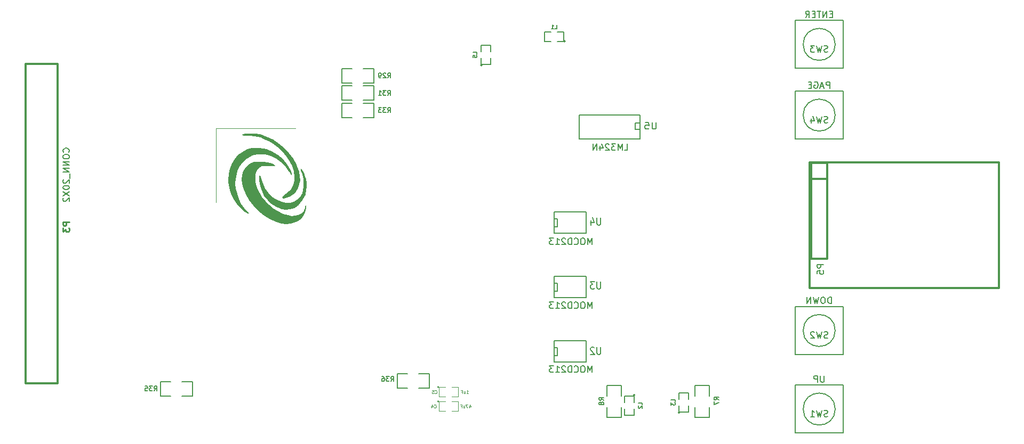
<source format=gbo>
G04 (created by PCBNEW (2013-mar-13)-testing) date mié 28 ago 2013 12:36:51 COT*
%MOIN*%
G04 Gerber Fmt 3.4, Leading zero omitted, Abs format*
%FSLAX34Y34*%
G01*
G70*
G90*
G04 APERTURE LIST*
%ADD10C,0.005906*%
%ADD11C,0.012000*%
%ADD12C,0.005000*%
%ADD13C,0.008000*%
%ADD14C,0.003900*%
%ADD15C,0.000100*%
%ADD16C,0.010000*%
%ADD17C,0.004300*%
G04 APERTURE END LIST*
G54D10*
G54D11*
X94684Y-31298D02*
X94684Y-23424D01*
X82873Y-31298D02*
X94684Y-31298D01*
X82873Y-23424D02*
X94684Y-23424D01*
X82873Y-31298D02*
X82873Y-23424D01*
G54D12*
X66914Y-30551D02*
X66914Y-31901D01*
X66914Y-31901D02*
X68914Y-31901D01*
X68914Y-30551D02*
X66914Y-30551D01*
X68914Y-31901D02*
X68914Y-30551D01*
X66914Y-31501D02*
X67114Y-31501D01*
X67114Y-31501D02*
X67114Y-31001D01*
X67114Y-31001D02*
X66914Y-31001D01*
X84465Y-20473D02*
G75*
G03X84465Y-20473I-1000J0D01*
G74*
G01*
X81965Y-21973D02*
X84965Y-21973D01*
X84965Y-21973D02*
X84965Y-18973D01*
X84965Y-18973D02*
X81965Y-18973D01*
X81965Y-21973D02*
X81965Y-18973D01*
X84465Y-16044D02*
G75*
G03X84465Y-16044I-1000J0D01*
G74*
G01*
X81965Y-17544D02*
X84965Y-17544D01*
X84965Y-17544D02*
X84965Y-14544D01*
X84965Y-14544D02*
X81965Y-14544D01*
X81965Y-17544D02*
X81965Y-14544D01*
X84465Y-33957D02*
G75*
G03X84465Y-33957I-1000J0D01*
G74*
G01*
X81965Y-35457D02*
X84965Y-35457D01*
X84965Y-35457D02*
X84965Y-32457D01*
X84965Y-32457D02*
X81965Y-32457D01*
X81965Y-35457D02*
X81965Y-32457D01*
X84465Y-38878D02*
G75*
G03X84465Y-38878I-1000J0D01*
G74*
G01*
X81965Y-40378D02*
X84965Y-40378D01*
X84965Y-40378D02*
X84965Y-37378D01*
X84965Y-37378D02*
X81965Y-37378D01*
X81965Y-40378D02*
X81965Y-37378D01*
G54D11*
X33851Y-17264D02*
X33851Y-37264D01*
X35851Y-17264D02*
X35851Y-37264D01*
X35851Y-17264D02*
X33851Y-17264D01*
X35851Y-37264D02*
X33851Y-37264D01*
X83964Y-23475D02*
X82964Y-23475D01*
X82964Y-23475D02*
X82964Y-29475D01*
X82964Y-29475D02*
X83964Y-29475D01*
X83964Y-29475D02*
X83964Y-23475D01*
X83964Y-24475D02*
X82964Y-24475D01*
G54D12*
X66914Y-34587D02*
X66914Y-35937D01*
X66914Y-35937D02*
X68914Y-35937D01*
X68914Y-34587D02*
X66914Y-34587D01*
X68914Y-35937D02*
X68914Y-34587D01*
X66914Y-35537D02*
X67114Y-35537D01*
X67114Y-35537D02*
X67114Y-35037D01*
X67114Y-35037D02*
X66914Y-35037D01*
X66914Y-26516D02*
X66914Y-27866D01*
X66914Y-27866D02*
X68914Y-27866D01*
X68914Y-26516D02*
X66914Y-26516D01*
X68914Y-27866D02*
X68914Y-26516D01*
X66914Y-27466D02*
X67114Y-27466D01*
X67114Y-27466D02*
X67114Y-26966D01*
X67114Y-26966D02*
X66914Y-26966D01*
G54D13*
X72274Y-20462D02*
X68474Y-20462D01*
X68474Y-20462D02*
X68474Y-21962D01*
X68474Y-21962D02*
X72274Y-21962D01*
X72274Y-21962D02*
X72274Y-20462D01*
X72274Y-20962D02*
X71974Y-20962D01*
X71974Y-20962D02*
X71974Y-21362D01*
X71974Y-21362D02*
X72274Y-21362D01*
G54D12*
X53626Y-18462D02*
X53626Y-17562D01*
X53626Y-17562D02*
X54276Y-17562D01*
X54976Y-18462D02*
X55626Y-18462D01*
X55626Y-18462D02*
X55626Y-17562D01*
X55626Y-17562D02*
X54976Y-17562D01*
X54276Y-18462D02*
X53626Y-18462D01*
X53626Y-19545D02*
X53626Y-18645D01*
X53626Y-18645D02*
X54276Y-18645D01*
X54976Y-19545D02*
X55626Y-19545D01*
X55626Y-19545D02*
X55626Y-18645D01*
X55626Y-18645D02*
X54976Y-18645D01*
X54276Y-19545D02*
X53626Y-19545D01*
X53626Y-20627D02*
X53626Y-19727D01*
X53626Y-19727D02*
X54276Y-19727D01*
X54976Y-20627D02*
X55626Y-20627D01*
X55626Y-20627D02*
X55626Y-19727D01*
X55626Y-19727D02*
X54976Y-19727D01*
X54276Y-20627D02*
X53626Y-20627D01*
X67600Y-15850D02*
G75*
G03X67600Y-15850I-50J0D01*
G74*
G01*
X67100Y-15850D02*
X67500Y-15850D01*
X67500Y-15850D02*
X67500Y-15250D01*
X67500Y-15250D02*
X67100Y-15250D01*
X66700Y-15250D02*
X66300Y-15250D01*
X66300Y-15250D02*
X66300Y-15850D01*
X66300Y-15850D02*
X66700Y-15850D01*
X71950Y-38000D02*
G75*
G03X71950Y-38000I-50J0D01*
G74*
G01*
X71900Y-38450D02*
X71900Y-38050D01*
X71900Y-38050D02*
X71300Y-38050D01*
X71300Y-38050D02*
X71300Y-38450D01*
X71300Y-38850D02*
X71300Y-39250D01*
X71300Y-39250D02*
X71900Y-39250D01*
X71900Y-39250D02*
X71900Y-38850D01*
X74750Y-39100D02*
G75*
G03X74750Y-39100I-50J0D01*
G74*
G01*
X74700Y-38650D02*
X74700Y-39050D01*
X74700Y-39050D02*
X75300Y-39050D01*
X75300Y-39050D02*
X75300Y-38650D01*
X75300Y-38250D02*
X75300Y-37850D01*
X75300Y-37850D02*
X74700Y-37850D01*
X74700Y-37850D02*
X74700Y-38250D01*
X62400Y-17350D02*
G75*
G03X62400Y-17350I-50J0D01*
G74*
G01*
X62350Y-16900D02*
X62350Y-17300D01*
X62350Y-17300D02*
X62950Y-17300D01*
X62950Y-17300D02*
X62950Y-16900D01*
X62950Y-16500D02*
X62950Y-16100D01*
X62950Y-16100D02*
X62350Y-16100D01*
X62350Y-16100D02*
X62350Y-16500D01*
G54D14*
X59700Y-37500D02*
G75*
G03X59700Y-37500I-50J0D01*
G74*
G01*
X60100Y-37500D02*
X59700Y-37500D01*
X59700Y-37500D02*
X59700Y-38100D01*
X59700Y-38100D02*
X60100Y-38100D01*
X60500Y-38100D02*
X60900Y-38100D01*
X60900Y-38100D02*
X60900Y-37500D01*
X60900Y-37500D02*
X60500Y-37500D01*
G54D12*
X76600Y-39400D02*
X75700Y-39400D01*
X75700Y-39400D02*
X75700Y-38750D01*
X76600Y-38050D02*
X76600Y-37400D01*
X76600Y-37400D02*
X75700Y-37400D01*
X75700Y-37400D02*
X75700Y-38050D01*
X76600Y-38750D02*
X76600Y-39400D01*
X70200Y-37400D02*
X71100Y-37400D01*
X71100Y-37400D02*
X71100Y-38050D01*
X70200Y-38750D02*
X70200Y-39400D01*
X70200Y-39400D02*
X71100Y-39400D01*
X71100Y-39400D02*
X71100Y-38750D01*
X70200Y-38050D02*
X70200Y-37400D01*
G54D15*
G36*
X52450Y-21316D02*
X49125Y-21324D01*
X45800Y-21333D01*
X45791Y-24425D01*
X45783Y-27516D01*
X45775Y-24408D01*
X45767Y-21300D01*
X49108Y-21308D01*
X52450Y-21316D01*
X52450Y-21316D01*
X52450Y-21316D01*
G37*
G36*
X51393Y-26216D02*
X51390Y-26300D01*
X51346Y-26549D01*
X51246Y-26770D01*
X51097Y-26956D01*
X50906Y-27105D01*
X50678Y-27212D01*
X50420Y-27274D01*
X50139Y-27287D01*
X49865Y-27252D01*
X49471Y-27137D01*
X49089Y-26962D01*
X48726Y-26734D01*
X48391Y-26460D01*
X48090Y-26147D01*
X47830Y-25801D01*
X47620Y-25430D01*
X47466Y-25040D01*
X47463Y-25031D01*
X47403Y-24769D01*
X47381Y-24507D01*
X47396Y-24261D01*
X47449Y-24049D01*
X47470Y-23998D01*
X47600Y-23775D01*
X47758Y-23605D01*
X47956Y-23478D01*
X47960Y-23476D01*
X48054Y-23433D01*
X48138Y-23406D01*
X48231Y-23391D01*
X48355Y-23384D01*
X48500Y-23383D01*
X48751Y-23392D01*
X48963Y-23421D01*
X49164Y-23476D01*
X49325Y-23537D01*
X49417Y-23587D01*
X49464Y-23635D01*
X49463Y-23670D01*
X49412Y-23681D01*
X49358Y-23674D01*
X49275Y-23663D01*
X49149Y-23654D01*
X49001Y-23650D01*
X48950Y-23650D01*
X48800Y-23652D01*
X48697Y-23662D01*
X48620Y-23682D01*
X48549Y-23717D01*
X48509Y-23742D01*
X48376Y-23851D01*
X48286Y-23984D01*
X48236Y-24152D01*
X48218Y-24368D01*
X48218Y-24400D01*
X48238Y-24662D01*
X48299Y-24917D01*
X48405Y-25177D01*
X48561Y-25455D01*
X48644Y-25583D01*
X48851Y-25849D01*
X49098Y-26096D01*
X49374Y-26317D01*
X49666Y-26504D01*
X49965Y-26650D01*
X50258Y-26748D01*
X50497Y-26789D01*
X50716Y-26782D01*
X50916Y-26732D01*
X51088Y-26642D01*
X51220Y-26520D01*
X51303Y-26372D01*
X51319Y-26309D01*
X51346Y-26190D01*
X51369Y-26135D01*
X51386Y-26144D01*
X51393Y-26216D01*
X51393Y-26216D01*
X51393Y-26216D01*
G37*
G36*
X50498Y-24250D02*
X50440Y-24178D01*
X50393Y-24111D01*
X50327Y-24011D01*
X50267Y-23916D01*
X50064Y-23646D01*
X49812Y-23403D01*
X49523Y-23198D01*
X49214Y-23043D01*
X49089Y-22998D01*
X48967Y-22964D01*
X48853Y-22943D01*
X48725Y-22935D01*
X48558Y-22936D01*
X48505Y-22938D01*
X48337Y-22945D01*
X48215Y-22958D01*
X48118Y-22978D01*
X48025Y-23013D01*
X47926Y-23059D01*
X47649Y-23227D01*
X47421Y-23435D01*
X47241Y-23685D01*
X47108Y-23981D01*
X47018Y-24325D01*
X46997Y-24454D01*
X46983Y-24755D01*
X47015Y-25077D01*
X47091Y-25405D01*
X47203Y-25725D01*
X47348Y-26022D01*
X47521Y-26283D01*
X47703Y-26482D01*
X47788Y-26568D01*
X47817Y-26622D01*
X47798Y-26640D01*
X47733Y-26623D01*
X47627Y-26567D01*
X47574Y-26532D01*
X47305Y-26315D01*
X47067Y-26046D01*
X46866Y-25738D01*
X46708Y-25400D01*
X46597Y-25044D01*
X46540Y-24681D01*
X46533Y-24508D01*
X46561Y-24153D01*
X46641Y-23817D01*
X46769Y-23504D01*
X46941Y-23224D01*
X47150Y-22981D01*
X47394Y-22784D01*
X47667Y-22639D01*
X47845Y-22579D01*
X48034Y-22546D01*
X48261Y-22533D01*
X48501Y-22538D01*
X48729Y-22561D01*
X48920Y-22602D01*
X48921Y-22603D01*
X49288Y-22749D01*
X49625Y-22953D01*
X49926Y-23210D01*
X50182Y-23513D01*
X50183Y-23515D01*
X50295Y-23684D01*
X50388Y-23851D01*
X50457Y-24002D01*
X50494Y-24123D01*
X50498Y-24166D01*
X50498Y-24250D01*
X50498Y-24250D01*
X50498Y-24250D01*
G37*
G36*
X51425Y-24956D02*
X51406Y-25204D01*
X51363Y-25423D01*
X51353Y-25454D01*
X51281Y-25627D01*
X51174Y-25810D01*
X51049Y-25981D01*
X50921Y-26115D01*
X50896Y-26136D01*
X50657Y-26285D01*
X50399Y-26371D01*
X50127Y-26394D01*
X49851Y-26352D01*
X49793Y-26335D01*
X49495Y-26206D01*
X49223Y-26021D01*
X48984Y-25789D01*
X48783Y-25518D01*
X48628Y-25215D01*
X48523Y-24889D01*
X48476Y-24579D01*
X48471Y-24426D01*
X48476Y-24312D01*
X48491Y-24241D01*
X48512Y-24220D01*
X48538Y-24255D01*
X48563Y-24334D01*
X48684Y-24718D01*
X48845Y-25056D01*
X49046Y-25347D01*
X49283Y-25586D01*
X49554Y-25771D01*
X49857Y-25899D01*
X49859Y-25900D01*
X50138Y-25958D01*
X50394Y-25954D01*
X50627Y-25887D01*
X50837Y-25758D01*
X50920Y-25683D01*
X51056Y-25526D01*
X51152Y-25361D01*
X51211Y-25174D01*
X51239Y-24949D01*
X51243Y-24766D01*
X51239Y-24584D01*
X51227Y-24444D01*
X51202Y-24320D01*
X51160Y-24187D01*
X51153Y-24166D01*
X51103Y-24026D01*
X51073Y-23936D01*
X51060Y-23884D01*
X51063Y-23859D01*
X51078Y-23848D01*
X51092Y-23842D01*
X51128Y-23862D01*
X51176Y-23933D01*
X51232Y-24043D01*
X51289Y-24179D01*
X51342Y-24329D01*
X51384Y-24479D01*
X51387Y-24492D01*
X51419Y-24709D01*
X51425Y-24956D01*
X51425Y-24956D01*
X51425Y-24956D01*
G37*
G36*
X51022Y-24554D02*
X50983Y-24799D01*
X50899Y-25030D01*
X50763Y-25263D01*
X50599Y-25441D01*
X50397Y-25571D01*
X50201Y-25646D01*
X50086Y-25680D01*
X50017Y-25694D01*
X49977Y-25690D01*
X49949Y-25668D01*
X49929Y-25645D01*
X49906Y-25603D01*
X49925Y-25564D01*
X49980Y-25520D01*
X50137Y-25404D01*
X50250Y-25315D01*
X50333Y-25241D01*
X50396Y-25172D01*
X50452Y-25095D01*
X50458Y-25087D01*
X50584Y-24842D01*
X50652Y-24572D01*
X50663Y-24284D01*
X50619Y-23983D01*
X50522Y-23675D01*
X50373Y-23366D01*
X50173Y-23061D01*
X49923Y-22766D01*
X49858Y-22700D01*
X49607Y-22470D01*
X49346Y-22278D01*
X49052Y-22106D01*
X48969Y-22063D01*
X48745Y-21957D01*
X48551Y-21881D01*
X48365Y-21830D01*
X48165Y-21798D01*
X47929Y-21780D01*
X47825Y-21775D01*
X47659Y-21767D01*
X47519Y-21756D01*
X47419Y-21744D01*
X47370Y-21732D01*
X47367Y-21728D01*
X47398Y-21690D01*
X47483Y-21660D01*
X47611Y-21637D01*
X47770Y-21623D01*
X47946Y-21618D01*
X48130Y-21623D01*
X48308Y-21638D01*
X48469Y-21663D01*
X48529Y-21677D01*
X48940Y-21817D01*
X49335Y-22013D01*
X49707Y-22256D01*
X50047Y-22541D01*
X50348Y-22861D01*
X50601Y-23208D01*
X50799Y-23576D01*
X50844Y-23685D01*
X50953Y-24007D01*
X51013Y-24293D01*
X51022Y-24554D01*
X51022Y-24554D01*
X51022Y-24554D01*
G37*
G54D14*
X59700Y-38400D02*
G75*
G03X59700Y-38400I-50J0D01*
G74*
G01*
X60100Y-38400D02*
X59700Y-38400D01*
X59700Y-38400D02*
X59700Y-39000D01*
X59700Y-39000D02*
X60100Y-39000D01*
X60500Y-39000D02*
X60900Y-39000D01*
X60900Y-39000D02*
X60900Y-38400D01*
X60900Y-38400D02*
X60500Y-38400D01*
G54D12*
X42300Y-38050D02*
X42300Y-37150D01*
X42300Y-37150D02*
X42950Y-37150D01*
X43650Y-38050D02*
X44300Y-38050D01*
X44300Y-38050D02*
X44300Y-37150D01*
X44300Y-37150D02*
X43650Y-37150D01*
X42950Y-38050D02*
X42300Y-38050D01*
X57100Y-37550D02*
X57100Y-36650D01*
X57100Y-36650D02*
X57750Y-36650D01*
X58450Y-37550D02*
X59100Y-37550D01*
X59100Y-37550D02*
X59100Y-36650D01*
X59100Y-36650D02*
X58450Y-36650D01*
X57750Y-37550D02*
X57100Y-37550D01*
X69804Y-30903D02*
X69804Y-31267D01*
X69785Y-31310D01*
X69766Y-31332D01*
X69728Y-31353D01*
X69652Y-31353D01*
X69614Y-31332D01*
X69595Y-31310D01*
X69576Y-31267D01*
X69576Y-30903D01*
X69423Y-30903D02*
X69176Y-30903D01*
X69309Y-31075D01*
X69252Y-31075D01*
X69214Y-31096D01*
X69195Y-31117D01*
X69176Y-31160D01*
X69176Y-31267D01*
X69195Y-31310D01*
X69214Y-31332D01*
X69252Y-31353D01*
X69366Y-31353D01*
X69404Y-31332D01*
X69423Y-31310D01*
X69264Y-32580D02*
X69264Y-32180D01*
X69130Y-32466D01*
X68997Y-32180D01*
X68997Y-32580D01*
X68730Y-32180D02*
X68654Y-32180D01*
X68616Y-32200D01*
X68578Y-32238D01*
X68559Y-32314D01*
X68559Y-32447D01*
X68578Y-32523D01*
X68616Y-32561D01*
X68654Y-32580D01*
X68730Y-32580D01*
X68769Y-32561D01*
X68807Y-32523D01*
X68826Y-32447D01*
X68826Y-32314D01*
X68807Y-32238D01*
X68769Y-32200D01*
X68730Y-32180D01*
X68159Y-32542D02*
X68178Y-32561D01*
X68235Y-32580D01*
X68273Y-32580D01*
X68330Y-32561D01*
X68369Y-32523D01*
X68388Y-32485D01*
X68407Y-32409D01*
X68407Y-32352D01*
X68388Y-32276D01*
X68369Y-32238D01*
X68330Y-32200D01*
X68273Y-32180D01*
X68235Y-32180D01*
X68178Y-32200D01*
X68159Y-32219D01*
X67988Y-32580D02*
X67988Y-32180D01*
X67892Y-32180D01*
X67835Y-32200D01*
X67797Y-32238D01*
X67778Y-32276D01*
X67759Y-32352D01*
X67759Y-32409D01*
X67778Y-32485D01*
X67797Y-32523D01*
X67835Y-32561D01*
X67892Y-32580D01*
X67988Y-32580D01*
X67607Y-32219D02*
X67588Y-32200D01*
X67549Y-32180D01*
X67454Y-32180D01*
X67416Y-32200D01*
X67397Y-32219D01*
X67378Y-32257D01*
X67378Y-32295D01*
X67397Y-32352D01*
X67626Y-32580D01*
X67378Y-32580D01*
X66997Y-32580D02*
X67226Y-32580D01*
X67111Y-32580D02*
X67111Y-32180D01*
X67149Y-32238D01*
X67188Y-32276D01*
X67226Y-32295D01*
X66864Y-32180D02*
X66616Y-32180D01*
X66749Y-32333D01*
X66692Y-32333D01*
X66654Y-32352D01*
X66635Y-32371D01*
X66616Y-32409D01*
X66616Y-32504D01*
X66635Y-32542D01*
X66654Y-32561D01*
X66692Y-32580D01*
X66807Y-32580D01*
X66845Y-32561D01*
X66864Y-32542D01*
G54D13*
X83998Y-20934D02*
X83941Y-20953D01*
X83845Y-20953D01*
X83807Y-20934D01*
X83788Y-20915D01*
X83769Y-20877D01*
X83769Y-20839D01*
X83788Y-20801D01*
X83807Y-20782D01*
X83845Y-20763D01*
X83922Y-20744D01*
X83960Y-20725D01*
X83979Y-20706D01*
X83998Y-20668D01*
X83998Y-20630D01*
X83979Y-20592D01*
X83960Y-20573D01*
X83922Y-20553D01*
X83826Y-20553D01*
X83769Y-20573D01*
X83636Y-20553D02*
X83541Y-20953D01*
X83465Y-20668D01*
X83388Y-20953D01*
X83293Y-20553D01*
X82969Y-20687D02*
X82969Y-20953D01*
X83064Y-20534D02*
X83160Y-20820D01*
X82912Y-20820D01*
X84122Y-18783D02*
X84122Y-18383D01*
X83969Y-18383D01*
X83931Y-18403D01*
X83912Y-18422D01*
X83893Y-18460D01*
X83893Y-18517D01*
X83912Y-18555D01*
X83931Y-18574D01*
X83969Y-18593D01*
X84122Y-18593D01*
X83741Y-18669D02*
X83550Y-18669D01*
X83779Y-18783D02*
X83645Y-18383D01*
X83512Y-18783D01*
X83169Y-18403D02*
X83207Y-18383D01*
X83265Y-18383D01*
X83322Y-18403D01*
X83360Y-18441D01*
X83379Y-18479D01*
X83398Y-18555D01*
X83398Y-18612D01*
X83379Y-18688D01*
X83360Y-18726D01*
X83322Y-18764D01*
X83265Y-18783D01*
X83226Y-18783D01*
X83169Y-18764D01*
X83150Y-18745D01*
X83150Y-18612D01*
X83226Y-18612D01*
X82979Y-18574D02*
X82845Y-18574D01*
X82788Y-18783D02*
X82979Y-18783D01*
X82979Y-18383D01*
X82788Y-18383D01*
X83998Y-16505D02*
X83941Y-16524D01*
X83845Y-16524D01*
X83807Y-16505D01*
X83788Y-16486D01*
X83769Y-16448D01*
X83769Y-16410D01*
X83788Y-16372D01*
X83807Y-16353D01*
X83845Y-16334D01*
X83922Y-16315D01*
X83960Y-16296D01*
X83979Y-16277D01*
X83998Y-16239D01*
X83998Y-16201D01*
X83979Y-16163D01*
X83960Y-16144D01*
X83922Y-16124D01*
X83826Y-16124D01*
X83769Y-16144D01*
X83636Y-16124D02*
X83541Y-16524D01*
X83465Y-16239D01*
X83388Y-16524D01*
X83293Y-16124D01*
X83179Y-16124D02*
X82931Y-16124D01*
X83064Y-16277D01*
X83007Y-16277D01*
X82969Y-16296D01*
X82950Y-16315D01*
X82931Y-16353D01*
X82931Y-16448D01*
X82950Y-16486D01*
X82969Y-16505D01*
X83007Y-16524D01*
X83122Y-16524D01*
X83160Y-16505D01*
X83179Y-16486D01*
X84293Y-14145D02*
X84160Y-14145D01*
X84103Y-14354D02*
X84293Y-14354D01*
X84293Y-13954D01*
X84103Y-13954D01*
X83931Y-14354D02*
X83931Y-13954D01*
X83703Y-14354D01*
X83703Y-13954D01*
X83569Y-13954D02*
X83341Y-13954D01*
X83455Y-14354D02*
X83455Y-13954D01*
X83207Y-14145D02*
X83074Y-14145D01*
X83017Y-14354D02*
X83207Y-14354D01*
X83207Y-13954D01*
X83017Y-13954D01*
X82617Y-14354D02*
X82750Y-14164D01*
X82845Y-14354D02*
X82845Y-13954D01*
X82693Y-13954D01*
X82655Y-13974D01*
X82636Y-13993D01*
X82617Y-14031D01*
X82617Y-14088D01*
X82636Y-14126D01*
X82655Y-14145D01*
X82693Y-14164D01*
X82845Y-14164D01*
X83998Y-34418D02*
X83941Y-34437D01*
X83845Y-34437D01*
X83807Y-34418D01*
X83788Y-34399D01*
X83769Y-34361D01*
X83769Y-34323D01*
X83788Y-34285D01*
X83807Y-34266D01*
X83845Y-34247D01*
X83922Y-34228D01*
X83960Y-34209D01*
X83979Y-34190D01*
X83998Y-34152D01*
X83998Y-34114D01*
X83979Y-34076D01*
X83960Y-34057D01*
X83922Y-34037D01*
X83826Y-34037D01*
X83769Y-34057D01*
X83636Y-34037D02*
X83541Y-34437D01*
X83465Y-34152D01*
X83388Y-34437D01*
X83293Y-34037D01*
X83160Y-34076D02*
X83141Y-34057D01*
X83103Y-34037D01*
X83007Y-34037D01*
X82969Y-34057D01*
X82950Y-34076D01*
X82931Y-34114D01*
X82931Y-34152D01*
X82950Y-34209D01*
X83179Y-34437D01*
X82931Y-34437D01*
X84217Y-32267D02*
X84217Y-31867D01*
X84122Y-31867D01*
X84065Y-31887D01*
X84026Y-31925D01*
X84007Y-31963D01*
X83988Y-32039D01*
X83988Y-32096D01*
X84007Y-32172D01*
X84026Y-32210D01*
X84065Y-32248D01*
X84122Y-32267D01*
X84217Y-32267D01*
X83741Y-31867D02*
X83665Y-31867D01*
X83626Y-31887D01*
X83588Y-31925D01*
X83569Y-32001D01*
X83569Y-32134D01*
X83588Y-32210D01*
X83626Y-32248D01*
X83665Y-32267D01*
X83741Y-32267D01*
X83779Y-32248D01*
X83817Y-32210D01*
X83836Y-32134D01*
X83836Y-32001D01*
X83817Y-31925D01*
X83779Y-31887D01*
X83741Y-31867D01*
X83436Y-31867D02*
X83341Y-32267D01*
X83265Y-31982D01*
X83188Y-32267D01*
X83093Y-31867D01*
X82941Y-32267D02*
X82941Y-31867D01*
X82712Y-32267D01*
X82712Y-31867D01*
X83998Y-39339D02*
X83941Y-39358D01*
X83845Y-39358D01*
X83807Y-39339D01*
X83788Y-39320D01*
X83769Y-39282D01*
X83769Y-39244D01*
X83788Y-39206D01*
X83807Y-39187D01*
X83845Y-39168D01*
X83922Y-39149D01*
X83960Y-39130D01*
X83979Y-39111D01*
X83998Y-39073D01*
X83998Y-39035D01*
X83979Y-38997D01*
X83960Y-38978D01*
X83922Y-38958D01*
X83826Y-38958D01*
X83769Y-38978D01*
X83636Y-38958D02*
X83541Y-39358D01*
X83465Y-39073D01*
X83388Y-39358D01*
X83293Y-38958D01*
X82931Y-39358D02*
X83160Y-39358D01*
X83045Y-39358D02*
X83045Y-38958D01*
X83084Y-39016D01*
X83122Y-39054D01*
X83160Y-39073D01*
X83779Y-36788D02*
X83779Y-37112D01*
X83760Y-37150D01*
X83741Y-37169D01*
X83703Y-37188D01*
X83626Y-37188D01*
X83588Y-37169D01*
X83569Y-37150D01*
X83550Y-37112D01*
X83550Y-36788D01*
X83360Y-37188D02*
X83360Y-36788D01*
X83207Y-36788D01*
X83169Y-36808D01*
X83150Y-36827D01*
X83131Y-36865D01*
X83131Y-36922D01*
X83150Y-36960D01*
X83169Y-36979D01*
X83207Y-36998D01*
X83360Y-36998D01*
G54D16*
X36598Y-27165D02*
X36198Y-27165D01*
X36198Y-27318D01*
X36218Y-27356D01*
X36237Y-27375D01*
X36275Y-27394D01*
X36332Y-27394D01*
X36370Y-27375D01*
X36389Y-27356D01*
X36408Y-27318D01*
X36408Y-27165D01*
X36198Y-27527D02*
X36198Y-27775D01*
X36351Y-27641D01*
X36351Y-27699D01*
X36370Y-27737D01*
X36389Y-27756D01*
X36427Y-27775D01*
X36522Y-27775D01*
X36560Y-27756D01*
X36579Y-27737D01*
X36598Y-27699D01*
X36598Y-27584D01*
X36579Y-27546D01*
X36560Y-27527D01*
G54D13*
X36560Y-22793D02*
X36579Y-22774D01*
X36598Y-22717D01*
X36598Y-22679D01*
X36579Y-22622D01*
X36541Y-22584D01*
X36503Y-22565D01*
X36427Y-22546D01*
X36370Y-22546D01*
X36294Y-22565D01*
X36256Y-22584D01*
X36218Y-22622D01*
X36198Y-22679D01*
X36198Y-22717D01*
X36218Y-22774D01*
X36237Y-22793D01*
X36198Y-23041D02*
X36198Y-23117D01*
X36218Y-23155D01*
X36256Y-23193D01*
X36332Y-23213D01*
X36465Y-23213D01*
X36541Y-23193D01*
X36579Y-23155D01*
X36598Y-23117D01*
X36598Y-23041D01*
X36579Y-23003D01*
X36541Y-22965D01*
X36465Y-22946D01*
X36332Y-22946D01*
X36256Y-22965D01*
X36218Y-23003D01*
X36198Y-23041D01*
X36598Y-23384D02*
X36198Y-23384D01*
X36598Y-23613D01*
X36198Y-23613D01*
X36598Y-23803D02*
X36198Y-23803D01*
X36598Y-24032D01*
X36198Y-24032D01*
X36637Y-24127D02*
X36637Y-24432D01*
X36237Y-24508D02*
X36218Y-24527D01*
X36198Y-24565D01*
X36198Y-24660D01*
X36218Y-24698D01*
X36237Y-24717D01*
X36275Y-24736D01*
X36313Y-24736D01*
X36370Y-24717D01*
X36598Y-24489D01*
X36598Y-24736D01*
X36198Y-24984D02*
X36198Y-25022D01*
X36218Y-25060D01*
X36237Y-25079D01*
X36275Y-25098D01*
X36351Y-25117D01*
X36446Y-25117D01*
X36522Y-25098D01*
X36560Y-25079D01*
X36579Y-25060D01*
X36598Y-25022D01*
X36598Y-24984D01*
X36579Y-24946D01*
X36560Y-24927D01*
X36522Y-24908D01*
X36446Y-24889D01*
X36351Y-24889D01*
X36275Y-24908D01*
X36237Y-24927D01*
X36218Y-24946D01*
X36198Y-24984D01*
X36198Y-25251D02*
X36598Y-25517D01*
X36198Y-25517D02*
X36598Y-25251D01*
X36237Y-25651D02*
X36218Y-25670D01*
X36198Y-25708D01*
X36198Y-25803D01*
X36218Y-25841D01*
X36237Y-25860D01*
X36275Y-25879D01*
X36313Y-25879D01*
X36370Y-25860D01*
X36598Y-25632D01*
X36598Y-25879D01*
X83743Y-29821D02*
X83343Y-29821D01*
X83343Y-29974D01*
X83363Y-30012D01*
X83382Y-30031D01*
X83420Y-30050D01*
X83477Y-30050D01*
X83515Y-30031D01*
X83534Y-30012D01*
X83553Y-29974D01*
X83553Y-29821D01*
X83343Y-30412D02*
X83343Y-30221D01*
X83534Y-30202D01*
X83515Y-30221D01*
X83496Y-30259D01*
X83496Y-30355D01*
X83515Y-30393D01*
X83534Y-30412D01*
X83572Y-30431D01*
X83667Y-30431D01*
X83705Y-30412D01*
X83724Y-30393D01*
X83743Y-30355D01*
X83743Y-30259D01*
X83724Y-30221D01*
X83705Y-30202D01*
G54D12*
X69804Y-35003D02*
X69804Y-35367D01*
X69785Y-35410D01*
X69766Y-35432D01*
X69728Y-35453D01*
X69652Y-35453D01*
X69614Y-35432D01*
X69595Y-35410D01*
X69576Y-35367D01*
X69576Y-35003D01*
X69404Y-35046D02*
X69385Y-35025D01*
X69347Y-35003D01*
X69252Y-35003D01*
X69214Y-35025D01*
X69195Y-35046D01*
X69176Y-35089D01*
X69176Y-35132D01*
X69195Y-35196D01*
X69423Y-35453D01*
X69176Y-35453D01*
X69264Y-36580D02*
X69264Y-36180D01*
X69130Y-36466D01*
X68997Y-36180D01*
X68997Y-36580D01*
X68730Y-36180D02*
X68654Y-36180D01*
X68616Y-36200D01*
X68578Y-36238D01*
X68559Y-36314D01*
X68559Y-36447D01*
X68578Y-36523D01*
X68616Y-36561D01*
X68654Y-36580D01*
X68730Y-36580D01*
X68769Y-36561D01*
X68807Y-36523D01*
X68826Y-36447D01*
X68826Y-36314D01*
X68807Y-36238D01*
X68769Y-36200D01*
X68730Y-36180D01*
X68159Y-36542D02*
X68178Y-36561D01*
X68235Y-36580D01*
X68273Y-36580D01*
X68330Y-36561D01*
X68369Y-36523D01*
X68388Y-36485D01*
X68407Y-36409D01*
X68407Y-36352D01*
X68388Y-36276D01*
X68369Y-36238D01*
X68330Y-36200D01*
X68273Y-36180D01*
X68235Y-36180D01*
X68178Y-36200D01*
X68159Y-36219D01*
X67988Y-36580D02*
X67988Y-36180D01*
X67892Y-36180D01*
X67835Y-36200D01*
X67797Y-36238D01*
X67778Y-36276D01*
X67759Y-36352D01*
X67759Y-36409D01*
X67778Y-36485D01*
X67797Y-36523D01*
X67835Y-36561D01*
X67892Y-36580D01*
X67988Y-36580D01*
X67607Y-36219D02*
X67588Y-36200D01*
X67549Y-36180D01*
X67454Y-36180D01*
X67416Y-36200D01*
X67397Y-36219D01*
X67378Y-36257D01*
X67378Y-36295D01*
X67397Y-36352D01*
X67626Y-36580D01*
X67378Y-36580D01*
X66997Y-36580D02*
X67226Y-36580D01*
X67111Y-36580D02*
X67111Y-36180D01*
X67149Y-36238D01*
X67188Y-36276D01*
X67226Y-36295D01*
X66864Y-36180D02*
X66616Y-36180D01*
X66749Y-36333D01*
X66692Y-36333D01*
X66654Y-36352D01*
X66635Y-36371D01*
X66616Y-36409D01*
X66616Y-36504D01*
X66635Y-36542D01*
X66654Y-36561D01*
X66692Y-36580D01*
X66807Y-36580D01*
X66845Y-36561D01*
X66864Y-36542D01*
X69804Y-26903D02*
X69804Y-27267D01*
X69785Y-27310D01*
X69766Y-27332D01*
X69728Y-27353D01*
X69652Y-27353D01*
X69614Y-27332D01*
X69595Y-27310D01*
X69576Y-27267D01*
X69576Y-26903D01*
X69214Y-27053D02*
X69214Y-27353D01*
X69309Y-26882D02*
X69404Y-27203D01*
X69157Y-27203D01*
X69264Y-28580D02*
X69264Y-28180D01*
X69130Y-28466D01*
X68997Y-28180D01*
X68997Y-28580D01*
X68730Y-28180D02*
X68654Y-28180D01*
X68616Y-28200D01*
X68578Y-28238D01*
X68559Y-28314D01*
X68559Y-28447D01*
X68578Y-28523D01*
X68616Y-28561D01*
X68654Y-28580D01*
X68730Y-28580D01*
X68769Y-28561D01*
X68807Y-28523D01*
X68826Y-28447D01*
X68826Y-28314D01*
X68807Y-28238D01*
X68769Y-28200D01*
X68730Y-28180D01*
X68159Y-28542D02*
X68178Y-28561D01*
X68235Y-28580D01*
X68273Y-28580D01*
X68330Y-28561D01*
X68369Y-28523D01*
X68388Y-28485D01*
X68407Y-28409D01*
X68407Y-28352D01*
X68388Y-28276D01*
X68369Y-28238D01*
X68330Y-28200D01*
X68273Y-28180D01*
X68235Y-28180D01*
X68178Y-28200D01*
X68159Y-28219D01*
X67988Y-28580D02*
X67988Y-28180D01*
X67892Y-28180D01*
X67835Y-28200D01*
X67797Y-28238D01*
X67778Y-28276D01*
X67759Y-28352D01*
X67759Y-28409D01*
X67778Y-28485D01*
X67797Y-28523D01*
X67835Y-28561D01*
X67892Y-28580D01*
X67988Y-28580D01*
X67607Y-28219D02*
X67588Y-28200D01*
X67549Y-28180D01*
X67454Y-28180D01*
X67416Y-28200D01*
X67397Y-28219D01*
X67378Y-28257D01*
X67378Y-28295D01*
X67397Y-28352D01*
X67626Y-28580D01*
X67378Y-28580D01*
X66997Y-28580D02*
X67226Y-28580D01*
X67111Y-28580D02*
X67111Y-28180D01*
X67149Y-28238D01*
X67188Y-28276D01*
X67226Y-28295D01*
X66864Y-28180D02*
X66616Y-28180D01*
X66749Y-28333D01*
X66692Y-28333D01*
X66654Y-28352D01*
X66635Y-28371D01*
X66616Y-28409D01*
X66616Y-28504D01*
X66635Y-28542D01*
X66654Y-28561D01*
X66692Y-28580D01*
X66807Y-28580D01*
X66845Y-28561D01*
X66864Y-28542D01*
X73275Y-20942D02*
X73275Y-21266D01*
X73254Y-21304D01*
X73233Y-21323D01*
X73190Y-21342D01*
X73104Y-21342D01*
X73061Y-21323D01*
X73040Y-21304D01*
X73018Y-21266D01*
X73018Y-20942D01*
X72590Y-20942D02*
X72804Y-20942D01*
X72825Y-21133D01*
X72804Y-21114D01*
X72761Y-21095D01*
X72654Y-21095D01*
X72611Y-21114D01*
X72590Y-21133D01*
X72568Y-21171D01*
X72568Y-21266D01*
X72590Y-21304D01*
X72611Y-21323D01*
X72654Y-21342D01*
X72761Y-21342D01*
X72804Y-21323D01*
X72825Y-21304D01*
X71285Y-22680D02*
X71476Y-22680D01*
X71476Y-22280D01*
X71152Y-22680D02*
X71152Y-22280D01*
X71019Y-22566D01*
X70885Y-22280D01*
X70885Y-22680D01*
X70733Y-22280D02*
X70485Y-22280D01*
X70619Y-22433D01*
X70561Y-22433D01*
X70523Y-22452D01*
X70504Y-22471D01*
X70485Y-22509D01*
X70485Y-22604D01*
X70504Y-22642D01*
X70523Y-22661D01*
X70561Y-22680D01*
X70676Y-22680D01*
X70714Y-22661D01*
X70733Y-22642D01*
X70333Y-22319D02*
X70314Y-22300D01*
X70276Y-22280D01*
X70180Y-22280D01*
X70142Y-22300D01*
X70123Y-22319D01*
X70104Y-22357D01*
X70104Y-22395D01*
X70123Y-22452D01*
X70352Y-22680D01*
X70104Y-22680D01*
X69761Y-22414D02*
X69761Y-22680D01*
X69857Y-22261D02*
X69952Y-22547D01*
X69704Y-22547D01*
X69552Y-22680D02*
X69552Y-22280D01*
X69323Y-22680D01*
X69323Y-22280D01*
X56491Y-18147D02*
X56591Y-18004D01*
X56663Y-18147D02*
X56663Y-17847D01*
X56549Y-17847D01*
X56520Y-17862D01*
X56506Y-17876D01*
X56491Y-17904D01*
X56491Y-17947D01*
X56506Y-17976D01*
X56520Y-17990D01*
X56549Y-18004D01*
X56663Y-18004D01*
X56377Y-17876D02*
X56363Y-17862D01*
X56334Y-17847D01*
X56263Y-17847D01*
X56234Y-17862D01*
X56220Y-17876D01*
X56206Y-17904D01*
X56206Y-17933D01*
X56220Y-17976D01*
X56391Y-18147D01*
X56206Y-18147D01*
X56063Y-18147D02*
X56006Y-18147D01*
X55977Y-18133D01*
X55963Y-18119D01*
X55934Y-18076D01*
X55920Y-18019D01*
X55920Y-17904D01*
X55934Y-17876D01*
X55949Y-17862D01*
X55977Y-17847D01*
X56034Y-17847D01*
X56063Y-17862D01*
X56077Y-17876D01*
X56091Y-17904D01*
X56091Y-17976D01*
X56077Y-18004D01*
X56063Y-18019D01*
X56034Y-18033D01*
X55977Y-18033D01*
X55949Y-18019D01*
X55934Y-18004D01*
X55920Y-17976D01*
X56491Y-19230D02*
X56591Y-19087D01*
X56663Y-19230D02*
X56663Y-18930D01*
X56549Y-18930D01*
X56520Y-18945D01*
X56506Y-18959D01*
X56491Y-18987D01*
X56491Y-19030D01*
X56506Y-19059D01*
X56520Y-19073D01*
X56549Y-19087D01*
X56663Y-19087D01*
X56391Y-18930D02*
X56206Y-18930D01*
X56306Y-19045D01*
X56263Y-19045D01*
X56234Y-19059D01*
X56220Y-19073D01*
X56206Y-19102D01*
X56206Y-19173D01*
X56220Y-19202D01*
X56234Y-19216D01*
X56263Y-19230D01*
X56349Y-19230D01*
X56377Y-19216D01*
X56391Y-19202D01*
X55920Y-19230D02*
X56091Y-19230D01*
X56006Y-19230D02*
X56006Y-18930D01*
X56034Y-18973D01*
X56063Y-19002D01*
X56091Y-19016D01*
X56491Y-20312D02*
X56591Y-20169D01*
X56663Y-20312D02*
X56663Y-20012D01*
X56549Y-20012D01*
X56520Y-20027D01*
X56506Y-20041D01*
X56491Y-20069D01*
X56491Y-20112D01*
X56506Y-20141D01*
X56520Y-20155D01*
X56549Y-20169D01*
X56663Y-20169D01*
X56391Y-20012D02*
X56206Y-20012D01*
X56306Y-20127D01*
X56263Y-20127D01*
X56234Y-20141D01*
X56220Y-20155D01*
X56206Y-20184D01*
X56206Y-20255D01*
X56220Y-20284D01*
X56234Y-20298D01*
X56263Y-20312D01*
X56349Y-20312D01*
X56377Y-20298D01*
X56391Y-20284D01*
X56106Y-20012D02*
X55920Y-20012D01*
X56020Y-20127D01*
X55977Y-20127D01*
X55949Y-20141D01*
X55934Y-20155D01*
X55920Y-20184D01*
X55920Y-20255D01*
X55934Y-20284D01*
X55949Y-20298D01*
X55977Y-20312D01*
X56063Y-20312D01*
X56091Y-20298D01*
X56106Y-20284D01*
X66941Y-15073D02*
X67060Y-15073D01*
X67060Y-14823D01*
X66727Y-15073D02*
X66870Y-15073D01*
X66798Y-15073D02*
X66798Y-14823D01*
X66822Y-14858D01*
X66846Y-14882D01*
X66870Y-14894D01*
X72402Y-38608D02*
X72402Y-38489D01*
X72152Y-38489D01*
X72175Y-38679D02*
X72164Y-38691D01*
X72152Y-38715D01*
X72152Y-38775D01*
X72164Y-38798D01*
X72175Y-38810D01*
X72199Y-38822D01*
X72223Y-38822D01*
X72259Y-38810D01*
X72402Y-38667D01*
X72402Y-38822D01*
X74463Y-38408D02*
X74463Y-38289D01*
X74213Y-38289D01*
X74213Y-38467D02*
X74213Y-38622D01*
X74308Y-38539D01*
X74308Y-38575D01*
X74320Y-38598D01*
X74332Y-38610D01*
X74355Y-38622D01*
X74415Y-38622D01*
X74439Y-38610D01*
X74451Y-38598D01*
X74463Y-38575D01*
X74463Y-38503D01*
X74451Y-38479D01*
X74439Y-38467D01*
X62074Y-16658D02*
X62074Y-16539D01*
X61824Y-16539D01*
X61824Y-16860D02*
X61824Y-16741D01*
X61943Y-16729D01*
X61931Y-16741D01*
X61919Y-16765D01*
X61919Y-16825D01*
X61931Y-16848D01*
X61943Y-16860D01*
X61966Y-16872D01*
X62026Y-16872D01*
X62050Y-16860D01*
X62062Y-16848D01*
X62074Y-16825D01*
X62074Y-16765D01*
X62062Y-16741D01*
X62050Y-16729D01*
G54D17*
X59441Y-37882D02*
X59450Y-37891D01*
X59479Y-37900D01*
X59497Y-37900D01*
X59525Y-37891D01*
X59544Y-37872D01*
X59554Y-37854D01*
X59563Y-37816D01*
X59563Y-37788D01*
X59554Y-37750D01*
X59544Y-37732D01*
X59525Y-37713D01*
X59497Y-37703D01*
X59479Y-37703D01*
X59450Y-37713D01*
X59441Y-37722D01*
X59263Y-37703D02*
X59357Y-37703D01*
X59366Y-37797D01*
X59357Y-37788D01*
X59338Y-37778D01*
X59291Y-37778D01*
X59272Y-37788D01*
X59263Y-37797D01*
X59253Y-37816D01*
X59253Y-37863D01*
X59263Y-37882D01*
X59272Y-37891D01*
X59291Y-37900D01*
X59338Y-37900D01*
X59357Y-37891D01*
X59366Y-37882D01*
X61425Y-37900D02*
X61538Y-37900D01*
X61482Y-37900D02*
X61482Y-37703D01*
X61500Y-37732D01*
X61519Y-37750D01*
X61538Y-37760D01*
X61257Y-37769D02*
X61257Y-37900D01*
X61341Y-37769D02*
X61341Y-37872D01*
X61332Y-37891D01*
X61313Y-37900D01*
X61285Y-37900D01*
X61266Y-37891D01*
X61257Y-37882D01*
X61097Y-37797D02*
X61163Y-37797D01*
X61163Y-37900D02*
X61163Y-37703D01*
X61069Y-37703D01*
G54D12*
X77185Y-38300D02*
X77042Y-38200D01*
X77185Y-38128D02*
X76885Y-38128D01*
X76885Y-38242D01*
X76900Y-38271D01*
X76914Y-38285D01*
X76942Y-38300D01*
X76985Y-38300D01*
X77014Y-38285D01*
X77028Y-38271D01*
X77042Y-38242D01*
X77042Y-38128D01*
X76885Y-38400D02*
X76885Y-38600D01*
X77185Y-38471D01*
X70005Y-38330D02*
X69862Y-38230D01*
X70005Y-38158D02*
X69705Y-38158D01*
X69705Y-38272D01*
X69719Y-38301D01*
X69734Y-38315D01*
X69762Y-38330D01*
X69805Y-38330D01*
X69834Y-38315D01*
X69848Y-38301D01*
X69862Y-38272D01*
X69862Y-38158D01*
X69834Y-38501D02*
X69819Y-38472D01*
X69805Y-38458D01*
X69777Y-38444D01*
X69762Y-38444D01*
X69734Y-38458D01*
X69719Y-38472D01*
X69705Y-38501D01*
X69705Y-38558D01*
X69719Y-38587D01*
X69734Y-38601D01*
X69762Y-38615D01*
X69777Y-38615D01*
X69805Y-38601D01*
X69819Y-38587D01*
X69834Y-38558D01*
X69834Y-38501D01*
X69848Y-38472D01*
X69862Y-38458D01*
X69891Y-38444D01*
X69948Y-38444D01*
X69977Y-38458D01*
X69991Y-38472D01*
X70005Y-38501D01*
X70005Y-38558D01*
X69991Y-38587D01*
X69977Y-38601D01*
X69948Y-38615D01*
X69891Y-38615D01*
X69862Y-38601D01*
X69848Y-38587D01*
X69834Y-38558D01*
G54D17*
X59400Y-38781D02*
X59410Y-38790D01*
X59438Y-38800D01*
X59457Y-38800D01*
X59485Y-38790D01*
X59504Y-38771D01*
X59513Y-38753D01*
X59522Y-38715D01*
X59522Y-38687D01*
X59513Y-38650D01*
X59504Y-38631D01*
X59485Y-38612D01*
X59457Y-38603D01*
X59438Y-38603D01*
X59410Y-38612D01*
X59400Y-38621D01*
X59231Y-38668D02*
X59231Y-38800D01*
X59278Y-38593D02*
X59325Y-38734D01*
X59203Y-38734D01*
X61597Y-38668D02*
X61597Y-38800D01*
X61644Y-38593D02*
X61691Y-38734D01*
X61569Y-38734D01*
X61513Y-38603D02*
X61382Y-38603D01*
X61466Y-38800D01*
X61222Y-38668D02*
X61222Y-38800D01*
X61307Y-38668D02*
X61307Y-38771D01*
X61297Y-38790D01*
X61278Y-38800D01*
X61250Y-38800D01*
X61231Y-38790D01*
X61222Y-38781D01*
X61063Y-38696D02*
X61128Y-38696D01*
X61128Y-38800D02*
X61128Y-38603D01*
X61034Y-38603D01*
G54D12*
X41892Y-37735D02*
X41992Y-37592D01*
X42064Y-37735D02*
X42064Y-37435D01*
X41950Y-37435D01*
X41921Y-37450D01*
X41907Y-37464D01*
X41892Y-37492D01*
X41892Y-37535D01*
X41907Y-37564D01*
X41921Y-37578D01*
X41950Y-37592D01*
X42064Y-37592D01*
X41792Y-37435D02*
X41607Y-37435D01*
X41707Y-37550D01*
X41664Y-37550D01*
X41635Y-37564D01*
X41621Y-37578D01*
X41607Y-37607D01*
X41607Y-37678D01*
X41621Y-37707D01*
X41635Y-37721D01*
X41664Y-37735D01*
X41750Y-37735D01*
X41778Y-37721D01*
X41792Y-37707D01*
X41335Y-37435D02*
X41478Y-37435D01*
X41492Y-37578D01*
X41478Y-37564D01*
X41450Y-37550D01*
X41378Y-37550D01*
X41350Y-37564D01*
X41335Y-37578D01*
X41321Y-37607D01*
X41321Y-37678D01*
X41335Y-37707D01*
X41350Y-37721D01*
X41378Y-37735D01*
X41450Y-37735D01*
X41478Y-37721D01*
X41492Y-37707D01*
X56692Y-37135D02*
X56792Y-36992D01*
X56864Y-37135D02*
X56864Y-36835D01*
X56750Y-36835D01*
X56721Y-36850D01*
X56707Y-36864D01*
X56692Y-36892D01*
X56692Y-36935D01*
X56707Y-36964D01*
X56721Y-36978D01*
X56750Y-36992D01*
X56864Y-36992D01*
X56592Y-36835D02*
X56407Y-36835D01*
X56507Y-36950D01*
X56464Y-36950D01*
X56435Y-36964D01*
X56421Y-36978D01*
X56407Y-37007D01*
X56407Y-37078D01*
X56421Y-37107D01*
X56435Y-37121D01*
X56464Y-37135D01*
X56550Y-37135D01*
X56578Y-37121D01*
X56592Y-37107D01*
X56150Y-36835D02*
X56207Y-36835D01*
X56235Y-36850D01*
X56250Y-36864D01*
X56278Y-36907D01*
X56292Y-36964D01*
X56292Y-37078D01*
X56278Y-37107D01*
X56264Y-37121D01*
X56235Y-37135D01*
X56178Y-37135D01*
X56150Y-37121D01*
X56135Y-37107D01*
X56121Y-37078D01*
X56121Y-37007D01*
X56135Y-36978D01*
X56150Y-36964D01*
X56178Y-36950D01*
X56235Y-36950D01*
X56264Y-36964D01*
X56278Y-36978D01*
X56292Y-37007D01*
M02*

</source>
